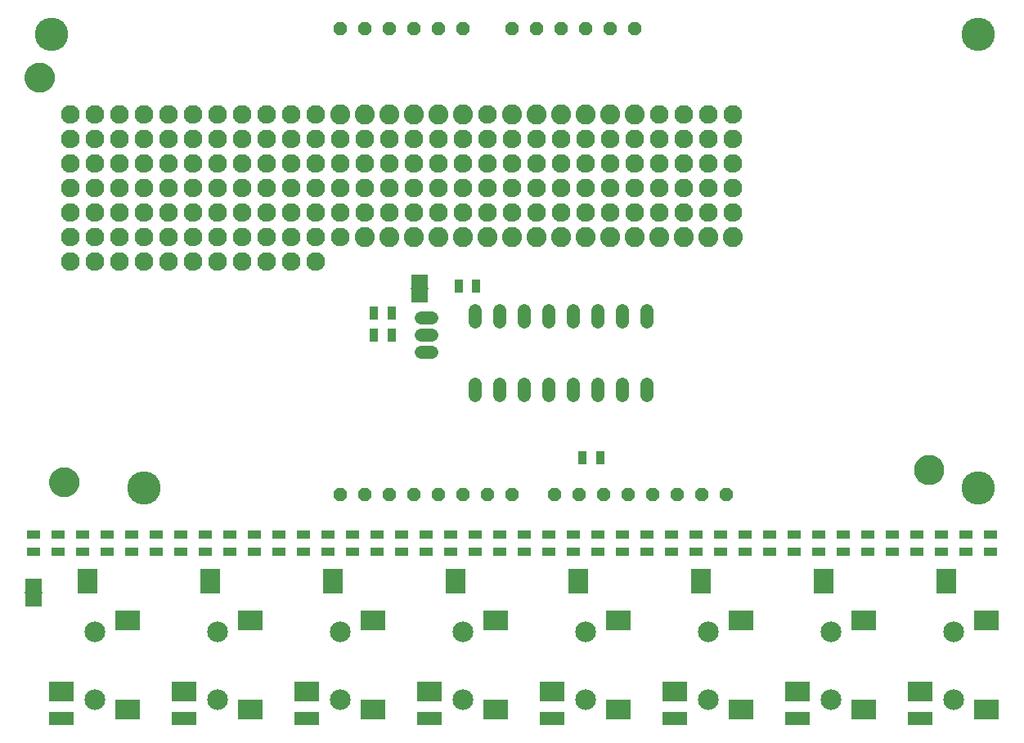
<source format=gts>
G75*
G70*
%OFA0B0*%
%FSLAX24Y24*%
%IPPOS*%
%LPD*%
%AMOC8*
5,1,8,0,0,1.08239X$1,22.5*
%
%ADD10C,0.1360*%
%ADD11OC8,0.0560*%
%ADD12C,0.0500*%
%ADD13C,0.0651*%
%ADD14R,0.0532X0.0375*%
%ADD15C,0.0540*%
%ADD16R,0.0690X0.0520*%
%ADD17R,0.0720X0.0060*%
%ADD18R,0.0375X0.0532*%
%ADD19C,0.0520*%
%ADD20R,0.1044X0.0847*%
%ADD21R,0.0847X0.1044*%
%ADD22R,0.1044X0.0532*%
%ADD23C,0.0847*%
%ADD24C,0.0820*%
%ADD25C,0.0760*%
D10*
X005920Y011220D03*
X002170Y029720D03*
X039920Y029720D03*
X039920Y011220D03*
D11*
X029670Y010970D03*
X028670Y010970D03*
X027670Y010970D03*
X026670Y010970D03*
X025670Y010970D03*
X024670Y010970D03*
X023670Y010970D03*
X022670Y010970D03*
X020920Y010970D03*
X019920Y010970D03*
X018920Y010970D03*
X017920Y010970D03*
X016920Y010970D03*
X015920Y010970D03*
X014920Y010970D03*
X013920Y010970D03*
X013920Y029970D03*
X014920Y029970D03*
X015920Y029970D03*
X016920Y029970D03*
X017920Y029970D03*
X018920Y029970D03*
X020920Y029970D03*
X021920Y029970D03*
X022920Y029970D03*
X023920Y029970D03*
X024920Y029970D03*
X025920Y029970D03*
D12*
X037564Y011970D02*
X037566Y012007D01*
X037572Y012044D01*
X037581Y012080D01*
X037595Y012115D01*
X037612Y012148D01*
X037632Y012179D01*
X037655Y012208D01*
X037682Y012235D01*
X037711Y012258D01*
X037742Y012278D01*
X037775Y012295D01*
X037810Y012309D01*
X037846Y012318D01*
X037883Y012324D01*
X037920Y012326D01*
X037957Y012324D01*
X037994Y012318D01*
X038030Y012309D01*
X038065Y012295D01*
X038098Y012278D01*
X038129Y012258D01*
X038158Y012235D01*
X038185Y012208D01*
X038208Y012179D01*
X038228Y012148D01*
X038245Y012115D01*
X038259Y012080D01*
X038268Y012044D01*
X038274Y012007D01*
X038276Y011970D01*
X038274Y011933D01*
X038268Y011896D01*
X038259Y011860D01*
X038245Y011825D01*
X038228Y011792D01*
X038208Y011761D01*
X038185Y011732D01*
X038158Y011705D01*
X038129Y011682D01*
X038098Y011662D01*
X038065Y011645D01*
X038030Y011631D01*
X037994Y011622D01*
X037957Y011616D01*
X037920Y011614D01*
X037883Y011616D01*
X037846Y011622D01*
X037810Y011631D01*
X037775Y011645D01*
X037742Y011662D01*
X037711Y011682D01*
X037682Y011705D01*
X037655Y011732D01*
X037632Y011761D01*
X037612Y011792D01*
X037595Y011825D01*
X037581Y011860D01*
X037572Y011896D01*
X037566Y011933D01*
X037564Y011970D01*
X002314Y011470D02*
X002316Y011507D01*
X002322Y011544D01*
X002331Y011580D01*
X002345Y011615D01*
X002362Y011648D01*
X002382Y011679D01*
X002405Y011708D01*
X002432Y011735D01*
X002461Y011758D01*
X002492Y011778D01*
X002525Y011795D01*
X002560Y011809D01*
X002596Y011818D01*
X002633Y011824D01*
X002670Y011826D01*
X002707Y011824D01*
X002744Y011818D01*
X002780Y011809D01*
X002815Y011795D01*
X002848Y011778D01*
X002879Y011758D01*
X002908Y011735D01*
X002935Y011708D01*
X002958Y011679D01*
X002978Y011648D01*
X002995Y011615D01*
X003009Y011580D01*
X003018Y011544D01*
X003024Y011507D01*
X003026Y011470D01*
X003024Y011433D01*
X003018Y011396D01*
X003009Y011360D01*
X002995Y011325D01*
X002978Y011292D01*
X002958Y011261D01*
X002935Y011232D01*
X002908Y011205D01*
X002879Y011182D01*
X002848Y011162D01*
X002815Y011145D01*
X002780Y011131D01*
X002744Y011122D01*
X002707Y011116D01*
X002670Y011114D01*
X002633Y011116D01*
X002596Y011122D01*
X002560Y011131D01*
X002525Y011145D01*
X002492Y011162D01*
X002461Y011182D01*
X002432Y011205D01*
X002405Y011232D01*
X002382Y011261D01*
X002362Y011292D01*
X002345Y011325D01*
X002331Y011360D01*
X002322Y011396D01*
X002316Y011433D01*
X002314Y011470D01*
X001314Y027970D02*
X001316Y028007D01*
X001322Y028044D01*
X001331Y028080D01*
X001345Y028115D01*
X001362Y028148D01*
X001382Y028179D01*
X001405Y028208D01*
X001432Y028235D01*
X001461Y028258D01*
X001492Y028278D01*
X001525Y028295D01*
X001560Y028309D01*
X001596Y028318D01*
X001633Y028324D01*
X001670Y028326D01*
X001707Y028324D01*
X001744Y028318D01*
X001780Y028309D01*
X001815Y028295D01*
X001848Y028278D01*
X001879Y028258D01*
X001908Y028235D01*
X001935Y028208D01*
X001958Y028179D01*
X001978Y028148D01*
X001995Y028115D01*
X002009Y028080D01*
X002018Y028044D01*
X002024Y028007D01*
X002026Y027970D01*
X002024Y027933D01*
X002018Y027896D01*
X002009Y027860D01*
X001995Y027825D01*
X001978Y027792D01*
X001958Y027761D01*
X001935Y027732D01*
X001908Y027705D01*
X001879Y027682D01*
X001848Y027662D01*
X001815Y027645D01*
X001780Y027631D01*
X001744Y027622D01*
X001707Y027616D01*
X001670Y027614D01*
X001633Y027616D01*
X001596Y027622D01*
X001560Y027631D01*
X001525Y027645D01*
X001492Y027662D01*
X001461Y027682D01*
X001432Y027705D01*
X001405Y027732D01*
X001382Y027761D01*
X001362Y027792D01*
X001345Y027825D01*
X001331Y027860D01*
X001322Y027896D01*
X001316Y027933D01*
X001314Y027970D01*
D13*
X001670Y027970D03*
X002670Y011470D03*
X037920Y011970D03*
D14*
X037420Y009324D03*
X037420Y008616D03*
X036420Y008616D03*
X036420Y009324D03*
X035420Y009324D03*
X035420Y008616D03*
X034420Y008616D03*
X034420Y009324D03*
X033420Y009324D03*
X033420Y008616D03*
X032420Y008616D03*
X032420Y009324D03*
X031420Y009324D03*
X031420Y008616D03*
X030420Y008616D03*
X030420Y009324D03*
X029420Y009324D03*
X029420Y008616D03*
X028420Y008616D03*
X028420Y009324D03*
X027420Y009324D03*
X027420Y008616D03*
X026420Y008616D03*
X026420Y009324D03*
X025420Y009324D03*
X025420Y008616D03*
X024420Y008616D03*
X024420Y009324D03*
X023420Y009324D03*
X023420Y008616D03*
X022420Y008616D03*
X022420Y009324D03*
X021420Y009324D03*
X021420Y008616D03*
X020420Y008616D03*
X020420Y009324D03*
X019420Y009324D03*
X019420Y008616D03*
X018420Y008616D03*
X018420Y009324D03*
X017420Y009324D03*
X017420Y008616D03*
X016420Y008616D03*
X016420Y009324D03*
X015420Y009324D03*
X015420Y008616D03*
X014420Y008616D03*
X014420Y009324D03*
X013420Y009324D03*
X013420Y008616D03*
X012420Y008616D03*
X012420Y009324D03*
X011420Y009324D03*
X011420Y008616D03*
X010420Y008616D03*
X010420Y009324D03*
X009420Y009324D03*
X009420Y008616D03*
X008420Y008616D03*
X008420Y009324D03*
X007420Y009324D03*
X007420Y008616D03*
X006420Y008616D03*
X006420Y009324D03*
X005420Y009324D03*
X005420Y008616D03*
X004420Y008616D03*
X004420Y009324D03*
X003420Y009324D03*
X003420Y008616D03*
X002420Y008616D03*
X002420Y009324D03*
X001420Y009324D03*
X001420Y008616D03*
X038420Y008616D03*
X038420Y009324D03*
X039420Y009324D03*
X039420Y008616D03*
X040420Y008616D03*
X040420Y009324D03*
D15*
X026420Y014980D02*
X026420Y015460D01*
X025420Y015460D02*
X025420Y014980D01*
X024420Y014980D02*
X024420Y015460D01*
X023420Y015460D02*
X023420Y014980D01*
X022420Y014980D02*
X022420Y015460D01*
X021420Y015460D02*
X021420Y014980D01*
X020420Y014980D02*
X020420Y015460D01*
X019420Y015460D02*
X019420Y014980D01*
X019420Y017980D02*
X019420Y018460D01*
X020420Y018460D02*
X020420Y017980D01*
X021420Y017980D02*
X021420Y018460D01*
X022420Y018460D02*
X022420Y017980D01*
X023420Y017980D02*
X023420Y018460D01*
X024420Y018460D02*
X024420Y017980D01*
X025420Y017980D02*
X025420Y018460D01*
X026420Y018460D02*
X026420Y017980D01*
D16*
X017170Y019045D03*
X017170Y019645D03*
X001420Y007270D03*
X001420Y006670D03*
D17*
X001420Y006970D03*
X017170Y019345D03*
D18*
X016024Y018345D03*
X015316Y018345D03*
X015316Y017470D03*
X016024Y017470D03*
X018753Y019470D03*
X019462Y019470D03*
X023816Y012470D03*
X024524Y012470D03*
D19*
X017681Y016770D02*
X017221Y016770D01*
X017221Y017470D02*
X017681Y017470D01*
X017681Y018170D02*
X017221Y018170D01*
D20*
X015278Y005826D03*
X017562Y002913D03*
X015278Y002204D03*
X012562Y002913D03*
X010278Y002204D03*
X007562Y002913D03*
X005278Y002204D03*
X002562Y002913D03*
X005278Y005826D03*
X010278Y005826D03*
X020278Y005826D03*
X022562Y002913D03*
X020278Y002204D03*
X025278Y002204D03*
X027562Y002913D03*
X030278Y002204D03*
X032562Y002913D03*
X035278Y002204D03*
X037562Y002913D03*
X040278Y002204D03*
X040278Y005826D03*
X035278Y005826D03*
X030278Y005826D03*
X025278Y005826D03*
D21*
X023625Y007421D03*
X028625Y007421D03*
X033625Y007421D03*
X038625Y007421D03*
X018625Y007421D03*
X013625Y007421D03*
X008625Y007421D03*
X003625Y007421D03*
D22*
X002562Y001811D03*
X007562Y001811D03*
X012562Y001811D03*
X017562Y001811D03*
X022562Y001811D03*
X027562Y001811D03*
X032562Y001811D03*
X037562Y001811D03*
D23*
X038920Y002598D03*
X038920Y005354D03*
X033920Y005354D03*
X033920Y002598D03*
X028920Y002598D03*
X028920Y005354D03*
X023920Y005354D03*
X023920Y002598D03*
X018920Y002598D03*
X018920Y005354D03*
X013920Y005354D03*
X013920Y002598D03*
X008920Y002598D03*
X008920Y005354D03*
X003920Y005354D03*
X003920Y002598D03*
D24*
X014920Y021470D03*
X015920Y021470D03*
X016920Y021470D03*
X017920Y021470D03*
X018920Y021470D03*
X019920Y021470D03*
X020920Y021470D03*
X021920Y021470D03*
X022920Y021470D03*
X023920Y021470D03*
X024920Y021470D03*
X025920Y021470D03*
X026920Y021470D03*
X027920Y021470D03*
X028920Y021470D03*
X029920Y021470D03*
X025920Y026470D03*
X024920Y026470D03*
X023920Y026470D03*
X022920Y026470D03*
X021920Y026470D03*
X020920Y026470D03*
X018920Y026470D03*
X017920Y026470D03*
X016920Y026470D03*
X015920Y026470D03*
X014920Y026470D03*
X013920Y026470D03*
D25*
X013920Y025470D03*
X014920Y025470D03*
X014920Y024470D03*
X013920Y024470D03*
X013920Y023470D03*
X014920Y023470D03*
X014920Y022470D03*
X013920Y022470D03*
X013920Y021470D03*
X012920Y021470D03*
X011920Y021470D03*
X010920Y021470D03*
X010920Y020470D03*
X011920Y020470D03*
X012920Y020470D03*
X012920Y022470D03*
X011920Y022470D03*
X010920Y022470D03*
X010920Y023470D03*
X011920Y023470D03*
X012920Y023470D03*
X012920Y024470D03*
X011920Y024470D03*
X010920Y024470D03*
X010920Y025470D03*
X011920Y025470D03*
X012920Y025470D03*
X012920Y026470D03*
X011920Y026470D03*
X010920Y026470D03*
X009920Y026470D03*
X008920Y026470D03*
X008920Y025470D03*
X009920Y025470D03*
X009920Y024470D03*
X008920Y024470D03*
X008920Y023470D03*
X009920Y023470D03*
X009920Y022470D03*
X008920Y022470D03*
X008920Y021470D03*
X009920Y021470D03*
X009920Y020470D03*
X008920Y020470D03*
X007920Y020470D03*
X006920Y020470D03*
X005920Y020470D03*
X005920Y021470D03*
X006920Y021470D03*
X007920Y021470D03*
X007920Y022470D03*
X006920Y022470D03*
X005920Y022470D03*
X005920Y023470D03*
X006920Y023470D03*
X007920Y023470D03*
X007920Y024470D03*
X006920Y024470D03*
X005920Y024470D03*
X005920Y025470D03*
X006920Y025470D03*
X007920Y025470D03*
X007920Y026470D03*
X006920Y026470D03*
X005920Y026470D03*
X004920Y026470D03*
X003920Y026470D03*
X003920Y025470D03*
X004920Y025470D03*
X004920Y024470D03*
X003920Y024470D03*
X003920Y023470D03*
X004920Y023470D03*
X004920Y022470D03*
X003920Y022470D03*
X003920Y021470D03*
X004920Y021470D03*
X004920Y020470D03*
X003920Y020470D03*
X002920Y020470D03*
X002920Y021470D03*
X002920Y022470D03*
X002920Y023470D03*
X002920Y024470D03*
X002920Y025470D03*
X002920Y026470D03*
X015920Y025470D03*
X016920Y025470D03*
X017920Y025470D03*
X017920Y024470D03*
X016920Y024470D03*
X015920Y024470D03*
X015920Y023470D03*
X016920Y023470D03*
X017920Y023470D03*
X017920Y022470D03*
X016920Y022470D03*
X015920Y022470D03*
X018920Y022470D03*
X019920Y022470D03*
X019920Y023470D03*
X018920Y023470D03*
X018920Y024470D03*
X019920Y024470D03*
X019920Y025470D03*
X018920Y025470D03*
X019920Y026470D03*
X020920Y025470D03*
X021920Y025470D03*
X022920Y025470D03*
X022920Y024470D03*
X021920Y024470D03*
X020920Y024470D03*
X020920Y023470D03*
X021920Y023470D03*
X022920Y023470D03*
X022920Y022470D03*
X021920Y022470D03*
X020920Y022470D03*
X023920Y022470D03*
X024920Y022470D03*
X025920Y022470D03*
X025920Y023470D03*
X024920Y023470D03*
X023920Y023470D03*
X023920Y024470D03*
X024920Y024470D03*
X025920Y024470D03*
X025920Y025470D03*
X024920Y025470D03*
X023920Y025470D03*
X026920Y025470D03*
X027920Y025470D03*
X027920Y024470D03*
X026920Y024470D03*
X026920Y023470D03*
X027920Y023470D03*
X027920Y022470D03*
X026920Y022470D03*
X028920Y022470D03*
X029920Y022470D03*
X029920Y023470D03*
X028920Y023470D03*
X028920Y024470D03*
X029920Y024470D03*
X029920Y025470D03*
X028920Y025470D03*
X028920Y026470D03*
X029920Y026470D03*
X027920Y026470D03*
X026920Y026470D03*
M02*

</source>
